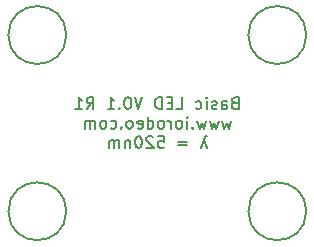
<source format=gbr>
%TF.GenerationSoftware,KiCad,Pcbnew,5.1.7-a382d34a8~87~ubuntu18.04.1*%
%TF.CreationDate,2022-01-02T15:33:20-08:00*%
%TF.ProjectId,basic_led,62617369-635f-46c6-9564-2e6b69636164,rev?*%
%TF.SameCoordinates,Original*%
%TF.FileFunction,Legend,Bot*%
%TF.FilePolarity,Positive*%
%FSLAX46Y46*%
G04 Gerber Fmt 4.6, Leading zero omitted, Abs format (unit mm)*
G04 Created by KiCad (PCBNEW 5.1.7-a382d34a8~87~ubuntu18.04.1) date 2022-01-02 15:33:20*
%MOMM*%
%LPD*%
G01*
G04 APERTURE LIST*
%ADD10C,0.150000*%
G04 APERTURE END LIST*
D10*
X69247619Y-58278571D02*
X69104761Y-58326190D01*
X69057142Y-58373809D01*
X69009523Y-58469047D01*
X69009523Y-58611904D01*
X69057142Y-58707142D01*
X69104761Y-58754761D01*
X69200000Y-58802380D01*
X69580952Y-58802380D01*
X69580952Y-57802380D01*
X69247619Y-57802380D01*
X69152380Y-57850000D01*
X69104761Y-57897619D01*
X69057142Y-57992857D01*
X69057142Y-58088095D01*
X69104761Y-58183333D01*
X69152380Y-58230952D01*
X69247619Y-58278571D01*
X69580952Y-58278571D01*
X68152380Y-58802380D02*
X68152380Y-58278571D01*
X68200000Y-58183333D01*
X68295238Y-58135714D01*
X68485714Y-58135714D01*
X68580952Y-58183333D01*
X68152380Y-58754761D02*
X68247619Y-58802380D01*
X68485714Y-58802380D01*
X68580952Y-58754761D01*
X68628571Y-58659523D01*
X68628571Y-58564285D01*
X68580952Y-58469047D01*
X68485714Y-58421428D01*
X68247619Y-58421428D01*
X68152380Y-58373809D01*
X67723809Y-58754761D02*
X67628571Y-58802380D01*
X67438095Y-58802380D01*
X67342857Y-58754761D01*
X67295238Y-58659523D01*
X67295238Y-58611904D01*
X67342857Y-58516666D01*
X67438095Y-58469047D01*
X67580952Y-58469047D01*
X67676190Y-58421428D01*
X67723809Y-58326190D01*
X67723809Y-58278571D01*
X67676190Y-58183333D01*
X67580952Y-58135714D01*
X67438095Y-58135714D01*
X67342857Y-58183333D01*
X66866666Y-58802380D02*
X66866666Y-58135714D01*
X66866666Y-57802380D02*
X66914285Y-57850000D01*
X66866666Y-57897619D01*
X66819047Y-57850000D01*
X66866666Y-57802380D01*
X66866666Y-57897619D01*
X65961904Y-58754761D02*
X66057142Y-58802380D01*
X66247619Y-58802380D01*
X66342857Y-58754761D01*
X66390476Y-58707142D01*
X66438095Y-58611904D01*
X66438095Y-58326190D01*
X66390476Y-58230952D01*
X66342857Y-58183333D01*
X66247619Y-58135714D01*
X66057142Y-58135714D01*
X65961904Y-58183333D01*
X64295238Y-58802380D02*
X64771428Y-58802380D01*
X64771428Y-57802380D01*
X63961904Y-58278571D02*
X63628571Y-58278571D01*
X63485714Y-58802380D02*
X63961904Y-58802380D01*
X63961904Y-57802380D01*
X63485714Y-57802380D01*
X63057142Y-58802380D02*
X63057142Y-57802380D01*
X62819047Y-57802380D01*
X62676190Y-57850000D01*
X62580952Y-57945238D01*
X62533333Y-58040476D01*
X62485714Y-58230952D01*
X62485714Y-58373809D01*
X62533333Y-58564285D01*
X62580952Y-58659523D01*
X62676190Y-58754761D01*
X62819047Y-58802380D01*
X63057142Y-58802380D01*
X61438095Y-57802380D02*
X61104761Y-58802380D01*
X60771428Y-57802380D01*
X60247619Y-57802380D02*
X60152380Y-57802380D01*
X60057142Y-57850000D01*
X60009523Y-57897619D01*
X59961904Y-57992857D01*
X59914285Y-58183333D01*
X59914285Y-58421428D01*
X59961904Y-58611904D01*
X60009523Y-58707142D01*
X60057142Y-58754761D01*
X60152380Y-58802380D01*
X60247619Y-58802380D01*
X60342857Y-58754761D01*
X60390476Y-58707142D01*
X60438095Y-58611904D01*
X60485714Y-58421428D01*
X60485714Y-58183333D01*
X60438095Y-57992857D01*
X60390476Y-57897619D01*
X60342857Y-57850000D01*
X60247619Y-57802380D01*
X59485714Y-58707142D02*
X59438095Y-58754761D01*
X59485714Y-58802380D01*
X59533333Y-58754761D01*
X59485714Y-58707142D01*
X59485714Y-58802380D01*
X58485714Y-58802380D02*
X59057142Y-58802380D01*
X58771428Y-58802380D02*
X58771428Y-57802380D01*
X58866666Y-57945238D01*
X58961904Y-58040476D01*
X59057142Y-58088095D01*
X56723809Y-58802380D02*
X57057142Y-58326190D01*
X57295238Y-58802380D02*
X57295238Y-57802380D01*
X56914285Y-57802380D01*
X56819047Y-57850000D01*
X56771428Y-57897619D01*
X56723809Y-57992857D01*
X56723809Y-58135714D01*
X56771428Y-58230952D01*
X56819047Y-58278571D01*
X56914285Y-58326190D01*
X57295238Y-58326190D01*
X55771428Y-58802380D02*
X56342857Y-58802380D01*
X56057142Y-58802380D02*
X56057142Y-57802380D01*
X56152380Y-57945238D01*
X56247619Y-58040476D01*
X56342857Y-58088095D01*
X68938095Y-59785714D02*
X68747619Y-60452380D01*
X68557142Y-59976190D01*
X68366666Y-60452380D01*
X68176190Y-59785714D01*
X67890476Y-59785714D02*
X67700000Y-60452380D01*
X67509523Y-59976190D01*
X67319047Y-60452380D01*
X67128571Y-59785714D01*
X66842857Y-59785714D02*
X66652380Y-60452380D01*
X66461904Y-59976190D01*
X66271428Y-60452380D01*
X66080952Y-59785714D01*
X65700000Y-60357142D02*
X65652380Y-60404761D01*
X65700000Y-60452380D01*
X65747619Y-60404761D01*
X65700000Y-60357142D01*
X65700000Y-60452380D01*
X65223809Y-60452380D02*
X65223809Y-59785714D01*
X65223809Y-59452380D02*
X65271428Y-59500000D01*
X65223809Y-59547619D01*
X65176190Y-59500000D01*
X65223809Y-59452380D01*
X65223809Y-59547619D01*
X64604761Y-60452380D02*
X64700000Y-60404761D01*
X64747619Y-60357142D01*
X64795238Y-60261904D01*
X64795238Y-59976190D01*
X64747619Y-59880952D01*
X64700000Y-59833333D01*
X64604761Y-59785714D01*
X64461904Y-59785714D01*
X64366666Y-59833333D01*
X64319047Y-59880952D01*
X64271428Y-59976190D01*
X64271428Y-60261904D01*
X64319047Y-60357142D01*
X64366666Y-60404761D01*
X64461904Y-60452380D01*
X64604761Y-60452380D01*
X63842857Y-60452380D02*
X63842857Y-59785714D01*
X63842857Y-59976190D02*
X63795238Y-59880952D01*
X63747619Y-59833333D01*
X63652380Y-59785714D01*
X63557142Y-59785714D01*
X63080952Y-60452380D02*
X63176190Y-60404761D01*
X63223809Y-60357142D01*
X63271428Y-60261904D01*
X63271428Y-59976190D01*
X63223809Y-59880952D01*
X63176190Y-59833333D01*
X63080952Y-59785714D01*
X62938095Y-59785714D01*
X62842857Y-59833333D01*
X62795238Y-59880952D01*
X62747619Y-59976190D01*
X62747619Y-60261904D01*
X62795238Y-60357142D01*
X62842857Y-60404761D01*
X62938095Y-60452380D01*
X63080952Y-60452380D01*
X61890476Y-60452380D02*
X61890476Y-59452380D01*
X61890476Y-60404761D02*
X61985714Y-60452380D01*
X62176190Y-60452380D01*
X62271428Y-60404761D01*
X62319047Y-60357142D01*
X62366666Y-60261904D01*
X62366666Y-59976190D01*
X62319047Y-59880952D01*
X62271428Y-59833333D01*
X62176190Y-59785714D01*
X61985714Y-59785714D01*
X61890476Y-59833333D01*
X61033333Y-60404761D02*
X61128571Y-60452380D01*
X61319047Y-60452380D01*
X61414285Y-60404761D01*
X61461904Y-60309523D01*
X61461904Y-59928571D01*
X61414285Y-59833333D01*
X61319047Y-59785714D01*
X61128571Y-59785714D01*
X61033333Y-59833333D01*
X60985714Y-59928571D01*
X60985714Y-60023809D01*
X61461904Y-60119047D01*
X60414285Y-60452380D02*
X60509523Y-60404761D01*
X60557142Y-60357142D01*
X60604761Y-60261904D01*
X60604761Y-59976190D01*
X60557142Y-59880952D01*
X60509523Y-59833333D01*
X60414285Y-59785714D01*
X60271428Y-59785714D01*
X60176190Y-59833333D01*
X60128571Y-59880952D01*
X60080952Y-59976190D01*
X60080952Y-60261904D01*
X60128571Y-60357142D01*
X60176190Y-60404761D01*
X60271428Y-60452380D01*
X60414285Y-60452380D01*
X59652380Y-60357142D02*
X59604761Y-60404761D01*
X59652380Y-60452380D01*
X59700000Y-60404761D01*
X59652380Y-60357142D01*
X59652380Y-60452380D01*
X58747619Y-60404761D02*
X58842857Y-60452380D01*
X59033333Y-60452380D01*
X59128571Y-60404761D01*
X59176190Y-60357142D01*
X59223809Y-60261904D01*
X59223809Y-59976190D01*
X59176190Y-59880952D01*
X59128571Y-59833333D01*
X59033333Y-59785714D01*
X58842857Y-59785714D01*
X58747619Y-59833333D01*
X58176190Y-60452380D02*
X58271428Y-60404761D01*
X58319047Y-60357142D01*
X58366666Y-60261904D01*
X58366666Y-59976190D01*
X58319047Y-59880952D01*
X58271428Y-59833333D01*
X58176190Y-59785714D01*
X58033333Y-59785714D01*
X57938095Y-59833333D01*
X57890476Y-59880952D01*
X57842857Y-59976190D01*
X57842857Y-60261904D01*
X57890476Y-60357142D01*
X57938095Y-60404761D01*
X58033333Y-60452380D01*
X58176190Y-60452380D01*
X57414285Y-60452380D02*
X57414285Y-59785714D01*
X57414285Y-59880952D02*
X57366666Y-59833333D01*
X57271428Y-59785714D01*
X57128571Y-59785714D01*
X57033333Y-59833333D01*
X56985714Y-59928571D01*
X56985714Y-60452380D01*
X56985714Y-59928571D02*
X56938095Y-59833333D01*
X56842857Y-59785714D01*
X56700000Y-59785714D01*
X56604761Y-59833333D01*
X56557142Y-59928571D01*
X56557142Y-60452380D01*
X66628571Y-61435714D02*
X66866666Y-62102380D01*
X66866666Y-61102380D02*
X66771428Y-61102380D01*
X66723809Y-61150000D01*
X66628571Y-61435714D01*
X66390476Y-62102380D01*
X65247619Y-61578571D02*
X64485714Y-61578571D01*
X64485714Y-61864285D02*
X65247619Y-61864285D01*
X62771428Y-61102380D02*
X63247619Y-61102380D01*
X63295238Y-61578571D01*
X63247619Y-61530952D01*
X63152380Y-61483333D01*
X62914285Y-61483333D01*
X62819047Y-61530952D01*
X62771428Y-61578571D01*
X62723809Y-61673809D01*
X62723809Y-61911904D01*
X62771428Y-62007142D01*
X62819047Y-62054761D01*
X62914285Y-62102380D01*
X63152380Y-62102380D01*
X63247619Y-62054761D01*
X63295238Y-62007142D01*
X62342857Y-61197619D02*
X62295238Y-61150000D01*
X62200000Y-61102380D01*
X61961904Y-61102380D01*
X61866666Y-61150000D01*
X61819047Y-61197619D01*
X61771428Y-61292857D01*
X61771428Y-61388095D01*
X61819047Y-61530952D01*
X62390476Y-62102380D01*
X61771428Y-62102380D01*
X61152380Y-61102380D02*
X61057142Y-61102380D01*
X60961904Y-61150000D01*
X60914285Y-61197619D01*
X60866666Y-61292857D01*
X60819047Y-61483333D01*
X60819047Y-61721428D01*
X60866666Y-61911904D01*
X60914285Y-62007142D01*
X60961904Y-62054761D01*
X61057142Y-62102380D01*
X61152380Y-62102380D01*
X61247619Y-62054761D01*
X61295238Y-62007142D01*
X61342857Y-61911904D01*
X61390476Y-61721428D01*
X61390476Y-61483333D01*
X61342857Y-61292857D01*
X61295238Y-61197619D01*
X61247619Y-61150000D01*
X61152380Y-61102380D01*
X60390476Y-61435714D02*
X60390476Y-62102380D01*
X60390476Y-61530952D02*
X60342857Y-61483333D01*
X60247619Y-61435714D01*
X60104761Y-61435714D01*
X60009523Y-61483333D01*
X59961904Y-61578571D01*
X59961904Y-62102380D01*
X59485714Y-62102380D02*
X59485714Y-61435714D01*
X59485714Y-61530952D02*
X59438095Y-61483333D01*
X59342857Y-61435714D01*
X59200000Y-61435714D01*
X59104761Y-61483333D01*
X59057142Y-61578571D01*
X59057142Y-62102380D01*
X59057142Y-61578571D02*
X59009523Y-61483333D01*
X58914285Y-61435714D01*
X58771428Y-61435714D01*
X58676190Y-61483333D01*
X58628571Y-61578571D01*
X58628571Y-62102380D01*
%TO.C,M4*%
X54990000Y-67460000D02*
G75*
G03*
X54990000Y-67460000I-2450000J0D01*
G01*
%TO.C,M3*%
X75310000Y-67460000D02*
G75*
G03*
X75310000Y-67460000I-2450000J0D01*
G01*
%TO.C,M2*%
X75310000Y-52540000D02*
G75*
G03*
X75310000Y-52540000I-2450000J0D01*
G01*
%TO.C,M1*%
X54990000Y-52540000D02*
G75*
G03*
X54990000Y-52540000I-2450000J0D01*
G01*
%TD*%
M02*

</source>
